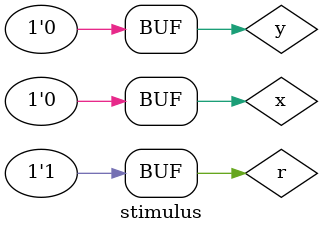
<source format=v>
`timescale 1ns / 1ps
module stimulus;
	// Inputs
	reg x;
	reg y;
	reg r;
	// Outputs
	wire z;
	wire r1;
	// Instantiate the Unit Under Test (UUT)
	add_1_bit uut (
		x, 
		y,
		r,
		z,
		r1
	);
 
	initial begin
	$dumpfile("add_1_bit_test.vcd");
    $dumpvars(0,stimulus);
		// Initialize Inputs
		x = 0;
		y = 0;
		r = 0;
 
	#20 y = 1;
	#20 x = 1;
	#20 y = 0;
	#20 r = 1;	
	#20 y = 1;
	#20 x = 0;
	#20 y = 0;  
	#40 ;
 
	end  
 
		initial begin
		 $monitor("t=%3d r0=%d x=%d,y=%d, \tz=%d, r1=%d \n",$time,r,x,y,z,r1, );
		 end
 
endmodule
 
 

</source>
